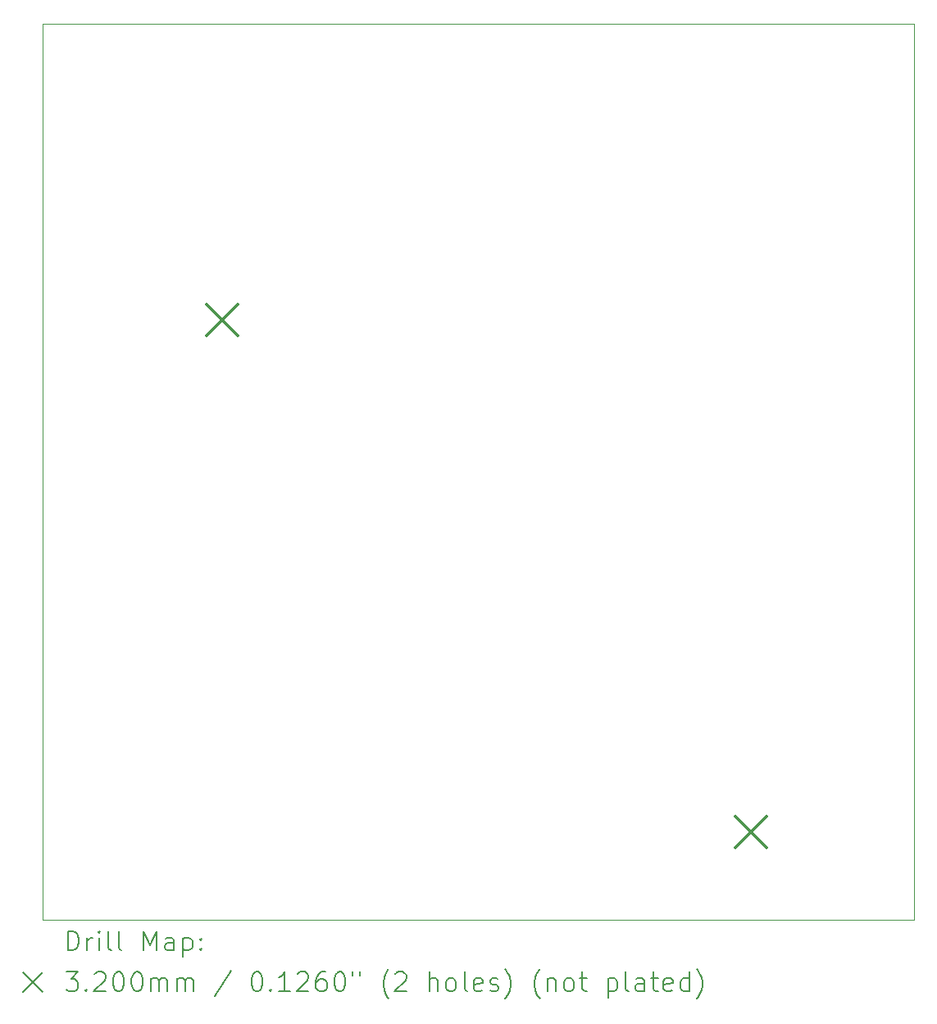
<source format=gbr>
%TF.GenerationSoftware,KiCad,Pcbnew,8.0.0*%
%TF.CreationDate,2024-10-06T09:53:01+02:00*%
%TF.ProjectId,Rayonnement_L476RG,5261796f-6e6e-4656-9d65-6e745f4c3437,rev?*%
%TF.SameCoordinates,Original*%
%TF.FileFunction,Drillmap*%
%TF.FilePolarity,Positive*%
%FSLAX45Y45*%
G04 Gerber Fmt 4.5, Leading zero omitted, Abs format (unit mm)*
G04 Created by KiCad (PCBNEW 8.0.0) date 2024-10-06 09:53:01*
%MOMM*%
%LPD*%
G01*
G04 APERTURE LIST*
%ADD10C,0.050000*%
%ADD11C,0.200000*%
%ADD12C,0.320000*%
G04 APERTURE END LIST*
D10*
X12350000Y-5805000D02*
X21350000Y-5805000D01*
X21350000Y-15050000D01*
X12350000Y-15050000D01*
X12350000Y-5805000D01*
D11*
D12*
X14040000Y-8700000D02*
X14360000Y-9020000D01*
X14360000Y-8700000D02*
X14040000Y-9020000D01*
X19500000Y-13980000D02*
X19820000Y-14300000D01*
X19820000Y-13980000D02*
X19500000Y-14300000D01*
D11*
X12608277Y-15363984D02*
X12608277Y-15163984D01*
X12608277Y-15163984D02*
X12655896Y-15163984D01*
X12655896Y-15163984D02*
X12684467Y-15173508D01*
X12684467Y-15173508D02*
X12703515Y-15192555D01*
X12703515Y-15192555D02*
X12713039Y-15211603D01*
X12713039Y-15211603D02*
X12722562Y-15249698D01*
X12722562Y-15249698D02*
X12722562Y-15278269D01*
X12722562Y-15278269D02*
X12713039Y-15316365D01*
X12713039Y-15316365D02*
X12703515Y-15335412D01*
X12703515Y-15335412D02*
X12684467Y-15354460D01*
X12684467Y-15354460D02*
X12655896Y-15363984D01*
X12655896Y-15363984D02*
X12608277Y-15363984D01*
X12808277Y-15363984D02*
X12808277Y-15230650D01*
X12808277Y-15268746D02*
X12817801Y-15249698D01*
X12817801Y-15249698D02*
X12827324Y-15240174D01*
X12827324Y-15240174D02*
X12846372Y-15230650D01*
X12846372Y-15230650D02*
X12865420Y-15230650D01*
X12932086Y-15363984D02*
X12932086Y-15230650D01*
X12932086Y-15163984D02*
X12922562Y-15173508D01*
X12922562Y-15173508D02*
X12932086Y-15183031D01*
X12932086Y-15183031D02*
X12941610Y-15173508D01*
X12941610Y-15173508D02*
X12932086Y-15163984D01*
X12932086Y-15163984D02*
X12932086Y-15183031D01*
X13055896Y-15363984D02*
X13036848Y-15354460D01*
X13036848Y-15354460D02*
X13027324Y-15335412D01*
X13027324Y-15335412D02*
X13027324Y-15163984D01*
X13160658Y-15363984D02*
X13141610Y-15354460D01*
X13141610Y-15354460D02*
X13132086Y-15335412D01*
X13132086Y-15335412D02*
X13132086Y-15163984D01*
X13389229Y-15363984D02*
X13389229Y-15163984D01*
X13389229Y-15163984D02*
X13455896Y-15306841D01*
X13455896Y-15306841D02*
X13522562Y-15163984D01*
X13522562Y-15163984D02*
X13522562Y-15363984D01*
X13703515Y-15363984D02*
X13703515Y-15259222D01*
X13703515Y-15259222D02*
X13693991Y-15240174D01*
X13693991Y-15240174D02*
X13674943Y-15230650D01*
X13674943Y-15230650D02*
X13636848Y-15230650D01*
X13636848Y-15230650D02*
X13617801Y-15240174D01*
X13703515Y-15354460D02*
X13684467Y-15363984D01*
X13684467Y-15363984D02*
X13636848Y-15363984D01*
X13636848Y-15363984D02*
X13617801Y-15354460D01*
X13617801Y-15354460D02*
X13608277Y-15335412D01*
X13608277Y-15335412D02*
X13608277Y-15316365D01*
X13608277Y-15316365D02*
X13617801Y-15297317D01*
X13617801Y-15297317D02*
X13636848Y-15287793D01*
X13636848Y-15287793D02*
X13684467Y-15287793D01*
X13684467Y-15287793D02*
X13703515Y-15278269D01*
X13798753Y-15230650D02*
X13798753Y-15430650D01*
X13798753Y-15240174D02*
X13817801Y-15230650D01*
X13817801Y-15230650D02*
X13855896Y-15230650D01*
X13855896Y-15230650D02*
X13874943Y-15240174D01*
X13874943Y-15240174D02*
X13884467Y-15249698D01*
X13884467Y-15249698D02*
X13893991Y-15268746D01*
X13893991Y-15268746D02*
X13893991Y-15325888D01*
X13893991Y-15325888D02*
X13884467Y-15344936D01*
X13884467Y-15344936D02*
X13874943Y-15354460D01*
X13874943Y-15354460D02*
X13855896Y-15363984D01*
X13855896Y-15363984D02*
X13817801Y-15363984D01*
X13817801Y-15363984D02*
X13798753Y-15354460D01*
X13979705Y-15344936D02*
X13989229Y-15354460D01*
X13989229Y-15354460D02*
X13979705Y-15363984D01*
X13979705Y-15363984D02*
X13970182Y-15354460D01*
X13970182Y-15354460D02*
X13979705Y-15344936D01*
X13979705Y-15344936D02*
X13979705Y-15363984D01*
X13979705Y-15240174D02*
X13989229Y-15249698D01*
X13989229Y-15249698D02*
X13979705Y-15259222D01*
X13979705Y-15259222D02*
X13970182Y-15249698D01*
X13970182Y-15249698D02*
X13979705Y-15240174D01*
X13979705Y-15240174D02*
X13979705Y-15259222D01*
X12147500Y-15592500D02*
X12347500Y-15792500D01*
X12347500Y-15592500D02*
X12147500Y-15792500D01*
X12589229Y-15583984D02*
X12713039Y-15583984D01*
X12713039Y-15583984D02*
X12646372Y-15660174D01*
X12646372Y-15660174D02*
X12674943Y-15660174D01*
X12674943Y-15660174D02*
X12693991Y-15669698D01*
X12693991Y-15669698D02*
X12703515Y-15679222D01*
X12703515Y-15679222D02*
X12713039Y-15698269D01*
X12713039Y-15698269D02*
X12713039Y-15745888D01*
X12713039Y-15745888D02*
X12703515Y-15764936D01*
X12703515Y-15764936D02*
X12693991Y-15774460D01*
X12693991Y-15774460D02*
X12674943Y-15783984D01*
X12674943Y-15783984D02*
X12617801Y-15783984D01*
X12617801Y-15783984D02*
X12598753Y-15774460D01*
X12598753Y-15774460D02*
X12589229Y-15764936D01*
X12798753Y-15764936D02*
X12808277Y-15774460D01*
X12808277Y-15774460D02*
X12798753Y-15783984D01*
X12798753Y-15783984D02*
X12789229Y-15774460D01*
X12789229Y-15774460D02*
X12798753Y-15764936D01*
X12798753Y-15764936D02*
X12798753Y-15783984D01*
X12884467Y-15603031D02*
X12893991Y-15593508D01*
X12893991Y-15593508D02*
X12913039Y-15583984D01*
X12913039Y-15583984D02*
X12960658Y-15583984D01*
X12960658Y-15583984D02*
X12979705Y-15593508D01*
X12979705Y-15593508D02*
X12989229Y-15603031D01*
X12989229Y-15603031D02*
X12998753Y-15622079D01*
X12998753Y-15622079D02*
X12998753Y-15641127D01*
X12998753Y-15641127D02*
X12989229Y-15669698D01*
X12989229Y-15669698D02*
X12874943Y-15783984D01*
X12874943Y-15783984D02*
X12998753Y-15783984D01*
X13122562Y-15583984D02*
X13141610Y-15583984D01*
X13141610Y-15583984D02*
X13160658Y-15593508D01*
X13160658Y-15593508D02*
X13170182Y-15603031D01*
X13170182Y-15603031D02*
X13179705Y-15622079D01*
X13179705Y-15622079D02*
X13189229Y-15660174D01*
X13189229Y-15660174D02*
X13189229Y-15707793D01*
X13189229Y-15707793D02*
X13179705Y-15745888D01*
X13179705Y-15745888D02*
X13170182Y-15764936D01*
X13170182Y-15764936D02*
X13160658Y-15774460D01*
X13160658Y-15774460D02*
X13141610Y-15783984D01*
X13141610Y-15783984D02*
X13122562Y-15783984D01*
X13122562Y-15783984D02*
X13103515Y-15774460D01*
X13103515Y-15774460D02*
X13093991Y-15764936D01*
X13093991Y-15764936D02*
X13084467Y-15745888D01*
X13084467Y-15745888D02*
X13074943Y-15707793D01*
X13074943Y-15707793D02*
X13074943Y-15660174D01*
X13074943Y-15660174D02*
X13084467Y-15622079D01*
X13084467Y-15622079D02*
X13093991Y-15603031D01*
X13093991Y-15603031D02*
X13103515Y-15593508D01*
X13103515Y-15593508D02*
X13122562Y-15583984D01*
X13313039Y-15583984D02*
X13332086Y-15583984D01*
X13332086Y-15583984D02*
X13351134Y-15593508D01*
X13351134Y-15593508D02*
X13360658Y-15603031D01*
X13360658Y-15603031D02*
X13370182Y-15622079D01*
X13370182Y-15622079D02*
X13379705Y-15660174D01*
X13379705Y-15660174D02*
X13379705Y-15707793D01*
X13379705Y-15707793D02*
X13370182Y-15745888D01*
X13370182Y-15745888D02*
X13360658Y-15764936D01*
X13360658Y-15764936D02*
X13351134Y-15774460D01*
X13351134Y-15774460D02*
X13332086Y-15783984D01*
X13332086Y-15783984D02*
X13313039Y-15783984D01*
X13313039Y-15783984D02*
X13293991Y-15774460D01*
X13293991Y-15774460D02*
X13284467Y-15764936D01*
X13284467Y-15764936D02*
X13274943Y-15745888D01*
X13274943Y-15745888D02*
X13265420Y-15707793D01*
X13265420Y-15707793D02*
X13265420Y-15660174D01*
X13265420Y-15660174D02*
X13274943Y-15622079D01*
X13274943Y-15622079D02*
X13284467Y-15603031D01*
X13284467Y-15603031D02*
X13293991Y-15593508D01*
X13293991Y-15593508D02*
X13313039Y-15583984D01*
X13465420Y-15783984D02*
X13465420Y-15650650D01*
X13465420Y-15669698D02*
X13474943Y-15660174D01*
X13474943Y-15660174D02*
X13493991Y-15650650D01*
X13493991Y-15650650D02*
X13522563Y-15650650D01*
X13522563Y-15650650D02*
X13541610Y-15660174D01*
X13541610Y-15660174D02*
X13551134Y-15679222D01*
X13551134Y-15679222D02*
X13551134Y-15783984D01*
X13551134Y-15679222D02*
X13560658Y-15660174D01*
X13560658Y-15660174D02*
X13579705Y-15650650D01*
X13579705Y-15650650D02*
X13608277Y-15650650D01*
X13608277Y-15650650D02*
X13627324Y-15660174D01*
X13627324Y-15660174D02*
X13636848Y-15679222D01*
X13636848Y-15679222D02*
X13636848Y-15783984D01*
X13732086Y-15783984D02*
X13732086Y-15650650D01*
X13732086Y-15669698D02*
X13741610Y-15660174D01*
X13741610Y-15660174D02*
X13760658Y-15650650D01*
X13760658Y-15650650D02*
X13789229Y-15650650D01*
X13789229Y-15650650D02*
X13808277Y-15660174D01*
X13808277Y-15660174D02*
X13817801Y-15679222D01*
X13817801Y-15679222D02*
X13817801Y-15783984D01*
X13817801Y-15679222D02*
X13827324Y-15660174D01*
X13827324Y-15660174D02*
X13846372Y-15650650D01*
X13846372Y-15650650D02*
X13874943Y-15650650D01*
X13874943Y-15650650D02*
X13893991Y-15660174D01*
X13893991Y-15660174D02*
X13903515Y-15679222D01*
X13903515Y-15679222D02*
X13903515Y-15783984D01*
X14293991Y-15574460D02*
X14122563Y-15831603D01*
X14551134Y-15583984D02*
X14570182Y-15583984D01*
X14570182Y-15583984D02*
X14589229Y-15593508D01*
X14589229Y-15593508D02*
X14598753Y-15603031D01*
X14598753Y-15603031D02*
X14608277Y-15622079D01*
X14608277Y-15622079D02*
X14617801Y-15660174D01*
X14617801Y-15660174D02*
X14617801Y-15707793D01*
X14617801Y-15707793D02*
X14608277Y-15745888D01*
X14608277Y-15745888D02*
X14598753Y-15764936D01*
X14598753Y-15764936D02*
X14589229Y-15774460D01*
X14589229Y-15774460D02*
X14570182Y-15783984D01*
X14570182Y-15783984D02*
X14551134Y-15783984D01*
X14551134Y-15783984D02*
X14532086Y-15774460D01*
X14532086Y-15774460D02*
X14522563Y-15764936D01*
X14522563Y-15764936D02*
X14513039Y-15745888D01*
X14513039Y-15745888D02*
X14503515Y-15707793D01*
X14503515Y-15707793D02*
X14503515Y-15660174D01*
X14503515Y-15660174D02*
X14513039Y-15622079D01*
X14513039Y-15622079D02*
X14522563Y-15603031D01*
X14522563Y-15603031D02*
X14532086Y-15593508D01*
X14532086Y-15593508D02*
X14551134Y-15583984D01*
X14703515Y-15764936D02*
X14713039Y-15774460D01*
X14713039Y-15774460D02*
X14703515Y-15783984D01*
X14703515Y-15783984D02*
X14693991Y-15774460D01*
X14693991Y-15774460D02*
X14703515Y-15764936D01*
X14703515Y-15764936D02*
X14703515Y-15783984D01*
X14903515Y-15783984D02*
X14789229Y-15783984D01*
X14846372Y-15783984D02*
X14846372Y-15583984D01*
X14846372Y-15583984D02*
X14827325Y-15612555D01*
X14827325Y-15612555D02*
X14808277Y-15631603D01*
X14808277Y-15631603D02*
X14789229Y-15641127D01*
X14979706Y-15603031D02*
X14989229Y-15593508D01*
X14989229Y-15593508D02*
X15008277Y-15583984D01*
X15008277Y-15583984D02*
X15055896Y-15583984D01*
X15055896Y-15583984D02*
X15074944Y-15593508D01*
X15074944Y-15593508D02*
X15084467Y-15603031D01*
X15084467Y-15603031D02*
X15093991Y-15622079D01*
X15093991Y-15622079D02*
X15093991Y-15641127D01*
X15093991Y-15641127D02*
X15084467Y-15669698D01*
X15084467Y-15669698D02*
X14970182Y-15783984D01*
X14970182Y-15783984D02*
X15093991Y-15783984D01*
X15265420Y-15583984D02*
X15227325Y-15583984D01*
X15227325Y-15583984D02*
X15208277Y-15593508D01*
X15208277Y-15593508D02*
X15198753Y-15603031D01*
X15198753Y-15603031D02*
X15179706Y-15631603D01*
X15179706Y-15631603D02*
X15170182Y-15669698D01*
X15170182Y-15669698D02*
X15170182Y-15745888D01*
X15170182Y-15745888D02*
X15179706Y-15764936D01*
X15179706Y-15764936D02*
X15189229Y-15774460D01*
X15189229Y-15774460D02*
X15208277Y-15783984D01*
X15208277Y-15783984D02*
X15246372Y-15783984D01*
X15246372Y-15783984D02*
X15265420Y-15774460D01*
X15265420Y-15774460D02*
X15274944Y-15764936D01*
X15274944Y-15764936D02*
X15284467Y-15745888D01*
X15284467Y-15745888D02*
X15284467Y-15698269D01*
X15284467Y-15698269D02*
X15274944Y-15679222D01*
X15274944Y-15679222D02*
X15265420Y-15669698D01*
X15265420Y-15669698D02*
X15246372Y-15660174D01*
X15246372Y-15660174D02*
X15208277Y-15660174D01*
X15208277Y-15660174D02*
X15189229Y-15669698D01*
X15189229Y-15669698D02*
X15179706Y-15679222D01*
X15179706Y-15679222D02*
X15170182Y-15698269D01*
X15408277Y-15583984D02*
X15427325Y-15583984D01*
X15427325Y-15583984D02*
X15446372Y-15593508D01*
X15446372Y-15593508D02*
X15455896Y-15603031D01*
X15455896Y-15603031D02*
X15465420Y-15622079D01*
X15465420Y-15622079D02*
X15474944Y-15660174D01*
X15474944Y-15660174D02*
X15474944Y-15707793D01*
X15474944Y-15707793D02*
X15465420Y-15745888D01*
X15465420Y-15745888D02*
X15455896Y-15764936D01*
X15455896Y-15764936D02*
X15446372Y-15774460D01*
X15446372Y-15774460D02*
X15427325Y-15783984D01*
X15427325Y-15783984D02*
X15408277Y-15783984D01*
X15408277Y-15783984D02*
X15389229Y-15774460D01*
X15389229Y-15774460D02*
X15379706Y-15764936D01*
X15379706Y-15764936D02*
X15370182Y-15745888D01*
X15370182Y-15745888D02*
X15360658Y-15707793D01*
X15360658Y-15707793D02*
X15360658Y-15660174D01*
X15360658Y-15660174D02*
X15370182Y-15622079D01*
X15370182Y-15622079D02*
X15379706Y-15603031D01*
X15379706Y-15603031D02*
X15389229Y-15593508D01*
X15389229Y-15593508D02*
X15408277Y-15583984D01*
X15551134Y-15583984D02*
X15551134Y-15622079D01*
X15627325Y-15583984D02*
X15627325Y-15622079D01*
X15922563Y-15860174D02*
X15913039Y-15850650D01*
X15913039Y-15850650D02*
X15893991Y-15822079D01*
X15893991Y-15822079D02*
X15884468Y-15803031D01*
X15884468Y-15803031D02*
X15874944Y-15774460D01*
X15874944Y-15774460D02*
X15865420Y-15726841D01*
X15865420Y-15726841D02*
X15865420Y-15688746D01*
X15865420Y-15688746D02*
X15874944Y-15641127D01*
X15874944Y-15641127D02*
X15884468Y-15612555D01*
X15884468Y-15612555D02*
X15893991Y-15593508D01*
X15893991Y-15593508D02*
X15913039Y-15564936D01*
X15913039Y-15564936D02*
X15922563Y-15555412D01*
X15989229Y-15603031D02*
X15998753Y-15593508D01*
X15998753Y-15593508D02*
X16017801Y-15583984D01*
X16017801Y-15583984D02*
X16065420Y-15583984D01*
X16065420Y-15583984D02*
X16084468Y-15593508D01*
X16084468Y-15593508D02*
X16093991Y-15603031D01*
X16093991Y-15603031D02*
X16103515Y-15622079D01*
X16103515Y-15622079D02*
X16103515Y-15641127D01*
X16103515Y-15641127D02*
X16093991Y-15669698D01*
X16093991Y-15669698D02*
X15979706Y-15783984D01*
X15979706Y-15783984D02*
X16103515Y-15783984D01*
X16341610Y-15783984D02*
X16341610Y-15583984D01*
X16427325Y-15783984D02*
X16427325Y-15679222D01*
X16427325Y-15679222D02*
X16417801Y-15660174D01*
X16417801Y-15660174D02*
X16398753Y-15650650D01*
X16398753Y-15650650D02*
X16370182Y-15650650D01*
X16370182Y-15650650D02*
X16351134Y-15660174D01*
X16351134Y-15660174D02*
X16341610Y-15669698D01*
X16551134Y-15783984D02*
X16532087Y-15774460D01*
X16532087Y-15774460D02*
X16522563Y-15764936D01*
X16522563Y-15764936D02*
X16513039Y-15745888D01*
X16513039Y-15745888D02*
X16513039Y-15688746D01*
X16513039Y-15688746D02*
X16522563Y-15669698D01*
X16522563Y-15669698D02*
X16532087Y-15660174D01*
X16532087Y-15660174D02*
X16551134Y-15650650D01*
X16551134Y-15650650D02*
X16579706Y-15650650D01*
X16579706Y-15650650D02*
X16598753Y-15660174D01*
X16598753Y-15660174D02*
X16608277Y-15669698D01*
X16608277Y-15669698D02*
X16617801Y-15688746D01*
X16617801Y-15688746D02*
X16617801Y-15745888D01*
X16617801Y-15745888D02*
X16608277Y-15764936D01*
X16608277Y-15764936D02*
X16598753Y-15774460D01*
X16598753Y-15774460D02*
X16579706Y-15783984D01*
X16579706Y-15783984D02*
X16551134Y-15783984D01*
X16732087Y-15783984D02*
X16713039Y-15774460D01*
X16713039Y-15774460D02*
X16703515Y-15755412D01*
X16703515Y-15755412D02*
X16703515Y-15583984D01*
X16884468Y-15774460D02*
X16865420Y-15783984D01*
X16865420Y-15783984D02*
X16827325Y-15783984D01*
X16827325Y-15783984D02*
X16808277Y-15774460D01*
X16808277Y-15774460D02*
X16798753Y-15755412D01*
X16798753Y-15755412D02*
X16798753Y-15679222D01*
X16798753Y-15679222D02*
X16808277Y-15660174D01*
X16808277Y-15660174D02*
X16827325Y-15650650D01*
X16827325Y-15650650D02*
X16865420Y-15650650D01*
X16865420Y-15650650D02*
X16884468Y-15660174D01*
X16884468Y-15660174D02*
X16893992Y-15679222D01*
X16893992Y-15679222D02*
X16893992Y-15698269D01*
X16893992Y-15698269D02*
X16798753Y-15717317D01*
X16970182Y-15774460D02*
X16989230Y-15783984D01*
X16989230Y-15783984D02*
X17027325Y-15783984D01*
X17027325Y-15783984D02*
X17046373Y-15774460D01*
X17046373Y-15774460D02*
X17055896Y-15755412D01*
X17055896Y-15755412D02*
X17055896Y-15745888D01*
X17055896Y-15745888D02*
X17046373Y-15726841D01*
X17046373Y-15726841D02*
X17027325Y-15717317D01*
X17027325Y-15717317D02*
X16998753Y-15717317D01*
X16998753Y-15717317D02*
X16979706Y-15707793D01*
X16979706Y-15707793D02*
X16970182Y-15688746D01*
X16970182Y-15688746D02*
X16970182Y-15679222D01*
X16970182Y-15679222D02*
X16979706Y-15660174D01*
X16979706Y-15660174D02*
X16998753Y-15650650D01*
X16998753Y-15650650D02*
X17027325Y-15650650D01*
X17027325Y-15650650D02*
X17046373Y-15660174D01*
X17122563Y-15860174D02*
X17132087Y-15850650D01*
X17132087Y-15850650D02*
X17151134Y-15822079D01*
X17151134Y-15822079D02*
X17160658Y-15803031D01*
X17160658Y-15803031D02*
X17170182Y-15774460D01*
X17170182Y-15774460D02*
X17179706Y-15726841D01*
X17179706Y-15726841D02*
X17179706Y-15688746D01*
X17179706Y-15688746D02*
X17170182Y-15641127D01*
X17170182Y-15641127D02*
X17160658Y-15612555D01*
X17160658Y-15612555D02*
X17151134Y-15593508D01*
X17151134Y-15593508D02*
X17132087Y-15564936D01*
X17132087Y-15564936D02*
X17122563Y-15555412D01*
X17484468Y-15860174D02*
X17474944Y-15850650D01*
X17474944Y-15850650D02*
X17455896Y-15822079D01*
X17455896Y-15822079D02*
X17446373Y-15803031D01*
X17446373Y-15803031D02*
X17436849Y-15774460D01*
X17436849Y-15774460D02*
X17427325Y-15726841D01*
X17427325Y-15726841D02*
X17427325Y-15688746D01*
X17427325Y-15688746D02*
X17436849Y-15641127D01*
X17436849Y-15641127D02*
X17446373Y-15612555D01*
X17446373Y-15612555D02*
X17455896Y-15593508D01*
X17455896Y-15593508D02*
X17474944Y-15564936D01*
X17474944Y-15564936D02*
X17484468Y-15555412D01*
X17560658Y-15650650D02*
X17560658Y-15783984D01*
X17560658Y-15669698D02*
X17570182Y-15660174D01*
X17570182Y-15660174D02*
X17589230Y-15650650D01*
X17589230Y-15650650D02*
X17617801Y-15650650D01*
X17617801Y-15650650D02*
X17636849Y-15660174D01*
X17636849Y-15660174D02*
X17646373Y-15679222D01*
X17646373Y-15679222D02*
X17646373Y-15783984D01*
X17770182Y-15783984D02*
X17751134Y-15774460D01*
X17751134Y-15774460D02*
X17741611Y-15764936D01*
X17741611Y-15764936D02*
X17732087Y-15745888D01*
X17732087Y-15745888D02*
X17732087Y-15688746D01*
X17732087Y-15688746D02*
X17741611Y-15669698D01*
X17741611Y-15669698D02*
X17751134Y-15660174D01*
X17751134Y-15660174D02*
X17770182Y-15650650D01*
X17770182Y-15650650D02*
X17798754Y-15650650D01*
X17798754Y-15650650D02*
X17817801Y-15660174D01*
X17817801Y-15660174D02*
X17827325Y-15669698D01*
X17827325Y-15669698D02*
X17836849Y-15688746D01*
X17836849Y-15688746D02*
X17836849Y-15745888D01*
X17836849Y-15745888D02*
X17827325Y-15764936D01*
X17827325Y-15764936D02*
X17817801Y-15774460D01*
X17817801Y-15774460D02*
X17798754Y-15783984D01*
X17798754Y-15783984D02*
X17770182Y-15783984D01*
X17893992Y-15650650D02*
X17970182Y-15650650D01*
X17922563Y-15583984D02*
X17922563Y-15755412D01*
X17922563Y-15755412D02*
X17932087Y-15774460D01*
X17932087Y-15774460D02*
X17951134Y-15783984D01*
X17951134Y-15783984D02*
X17970182Y-15783984D01*
X18189230Y-15650650D02*
X18189230Y-15850650D01*
X18189230Y-15660174D02*
X18208277Y-15650650D01*
X18208277Y-15650650D02*
X18246373Y-15650650D01*
X18246373Y-15650650D02*
X18265420Y-15660174D01*
X18265420Y-15660174D02*
X18274944Y-15669698D01*
X18274944Y-15669698D02*
X18284468Y-15688746D01*
X18284468Y-15688746D02*
X18284468Y-15745888D01*
X18284468Y-15745888D02*
X18274944Y-15764936D01*
X18274944Y-15764936D02*
X18265420Y-15774460D01*
X18265420Y-15774460D02*
X18246373Y-15783984D01*
X18246373Y-15783984D02*
X18208277Y-15783984D01*
X18208277Y-15783984D02*
X18189230Y-15774460D01*
X18398754Y-15783984D02*
X18379706Y-15774460D01*
X18379706Y-15774460D02*
X18370182Y-15755412D01*
X18370182Y-15755412D02*
X18370182Y-15583984D01*
X18560658Y-15783984D02*
X18560658Y-15679222D01*
X18560658Y-15679222D02*
X18551135Y-15660174D01*
X18551135Y-15660174D02*
X18532087Y-15650650D01*
X18532087Y-15650650D02*
X18493992Y-15650650D01*
X18493992Y-15650650D02*
X18474944Y-15660174D01*
X18560658Y-15774460D02*
X18541611Y-15783984D01*
X18541611Y-15783984D02*
X18493992Y-15783984D01*
X18493992Y-15783984D02*
X18474944Y-15774460D01*
X18474944Y-15774460D02*
X18465420Y-15755412D01*
X18465420Y-15755412D02*
X18465420Y-15736365D01*
X18465420Y-15736365D02*
X18474944Y-15717317D01*
X18474944Y-15717317D02*
X18493992Y-15707793D01*
X18493992Y-15707793D02*
X18541611Y-15707793D01*
X18541611Y-15707793D02*
X18560658Y-15698269D01*
X18627325Y-15650650D02*
X18703515Y-15650650D01*
X18655896Y-15583984D02*
X18655896Y-15755412D01*
X18655896Y-15755412D02*
X18665420Y-15774460D01*
X18665420Y-15774460D02*
X18684468Y-15783984D01*
X18684468Y-15783984D02*
X18703515Y-15783984D01*
X18846373Y-15774460D02*
X18827325Y-15783984D01*
X18827325Y-15783984D02*
X18789230Y-15783984D01*
X18789230Y-15783984D02*
X18770182Y-15774460D01*
X18770182Y-15774460D02*
X18760658Y-15755412D01*
X18760658Y-15755412D02*
X18760658Y-15679222D01*
X18760658Y-15679222D02*
X18770182Y-15660174D01*
X18770182Y-15660174D02*
X18789230Y-15650650D01*
X18789230Y-15650650D02*
X18827325Y-15650650D01*
X18827325Y-15650650D02*
X18846373Y-15660174D01*
X18846373Y-15660174D02*
X18855896Y-15679222D01*
X18855896Y-15679222D02*
X18855896Y-15698269D01*
X18855896Y-15698269D02*
X18760658Y-15717317D01*
X19027325Y-15783984D02*
X19027325Y-15583984D01*
X19027325Y-15774460D02*
X19008277Y-15783984D01*
X19008277Y-15783984D02*
X18970182Y-15783984D01*
X18970182Y-15783984D02*
X18951135Y-15774460D01*
X18951135Y-15774460D02*
X18941611Y-15764936D01*
X18941611Y-15764936D02*
X18932087Y-15745888D01*
X18932087Y-15745888D02*
X18932087Y-15688746D01*
X18932087Y-15688746D02*
X18941611Y-15669698D01*
X18941611Y-15669698D02*
X18951135Y-15660174D01*
X18951135Y-15660174D02*
X18970182Y-15650650D01*
X18970182Y-15650650D02*
X19008277Y-15650650D01*
X19008277Y-15650650D02*
X19027325Y-15660174D01*
X19103516Y-15860174D02*
X19113039Y-15850650D01*
X19113039Y-15850650D02*
X19132087Y-15822079D01*
X19132087Y-15822079D02*
X19141611Y-15803031D01*
X19141611Y-15803031D02*
X19151135Y-15774460D01*
X19151135Y-15774460D02*
X19160658Y-15726841D01*
X19160658Y-15726841D02*
X19160658Y-15688746D01*
X19160658Y-15688746D02*
X19151135Y-15641127D01*
X19151135Y-15641127D02*
X19141611Y-15612555D01*
X19141611Y-15612555D02*
X19132087Y-15593508D01*
X19132087Y-15593508D02*
X19113039Y-15564936D01*
X19113039Y-15564936D02*
X19103516Y-15555412D01*
M02*

</source>
